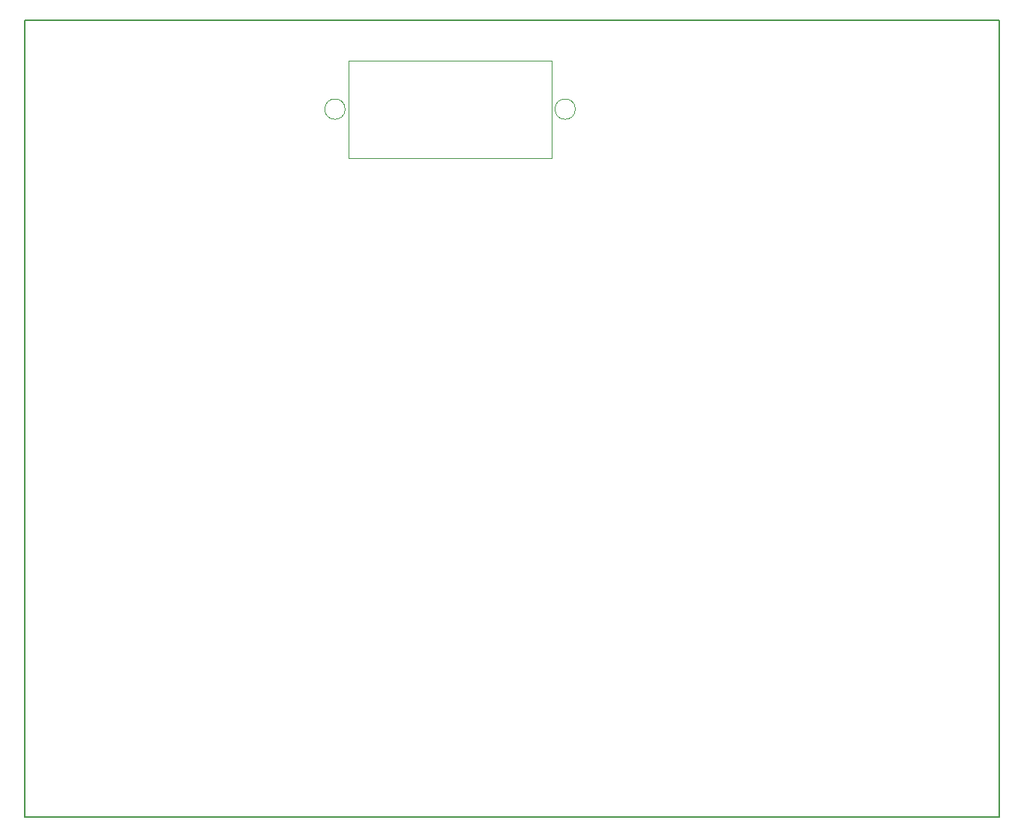
<source format=gbr>
%TF.GenerationSoftware,KiCad,Pcbnew,(6.0.11)*%
%TF.CreationDate,2023-09-13T23:25:57+09:00*%
%TF.ProjectId,Power,506f7765-722e-46b6-9963-61645f706362,rev?*%
%TF.SameCoordinates,Original*%
%TF.FileFunction,Profile,NP*%
%FSLAX46Y46*%
G04 Gerber Fmt 4.6, Leading zero omitted, Abs format (unit mm)*
G04 Created by KiCad (PCBNEW (6.0.11)) date 2023-09-13 23:25:57*
%MOMM*%
%LPD*%
G01*
G04 APERTURE LIST*
%TA.AperFunction,Profile*%
%ADD10C,0.150000*%
%TD*%
%TA.AperFunction,Profile*%
%ADD11C,0.120000*%
%TD*%
G04 APERTURE END LIST*
D10*
X92060000Y-43470000D02*
X202060000Y-43470000D01*
X202060000Y-43470000D02*
X202060000Y-133470000D01*
X202060000Y-133470000D02*
X92060000Y-133470000D01*
X92060000Y-133470000D02*
X92060000Y-43470000D01*
D11*
%TO.C,MES1*%
X151560000Y-47970000D02*
X128560000Y-47970000D01*
X151560000Y-58970000D02*
X151560000Y-55470000D01*
X128560000Y-58970000D02*
X151560000Y-58970000D01*
X128560000Y-47970000D02*
X128560000Y-51470000D01*
X128560000Y-55470000D02*
X128560000Y-58970000D01*
X128560000Y-51470000D02*
X128560000Y-55470000D01*
X151560000Y-51470000D02*
X151560000Y-47970000D01*
X151560000Y-55470000D02*
X151560000Y-51470000D01*
X128210000Y-53470000D02*
G75*
G03*
X128210000Y-53470000I-1150000J0D01*
G01*
X154210000Y-53470000D02*
G75*
G03*
X154210000Y-53470000I-1150000J0D01*
G01*
%TD*%
M02*

</source>
